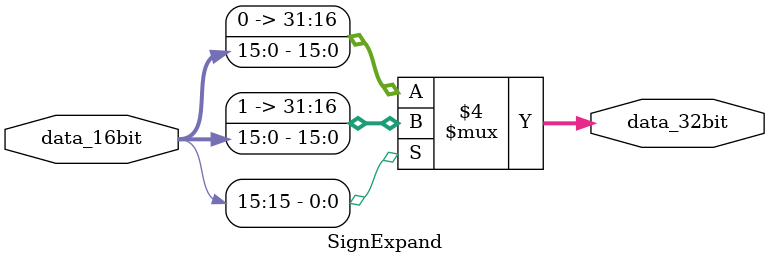
<source format=v>
`timescale 1ns / 1ps
module SignExpand(
		input [15:0] data_16bit,
		output reg [31:0] data_32bit
    );
	 
	 always @(data_16bit)
			if (data_16bit[15] == 0)
				data_32bit = {16'b0000_0000_0000_0000,data_16bit};
			else
			   data_32bit = {16'b1111_1111_1111_1111,data_16bit};

endmodule

</source>
